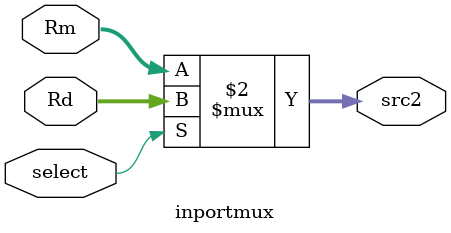
<source format=v>
module inportmux(input [3:0] Rm,Rd,input select,output [3:0]src2);
assign src2=(select==1'b1)?Rd:Rm;
endmodule
</source>
